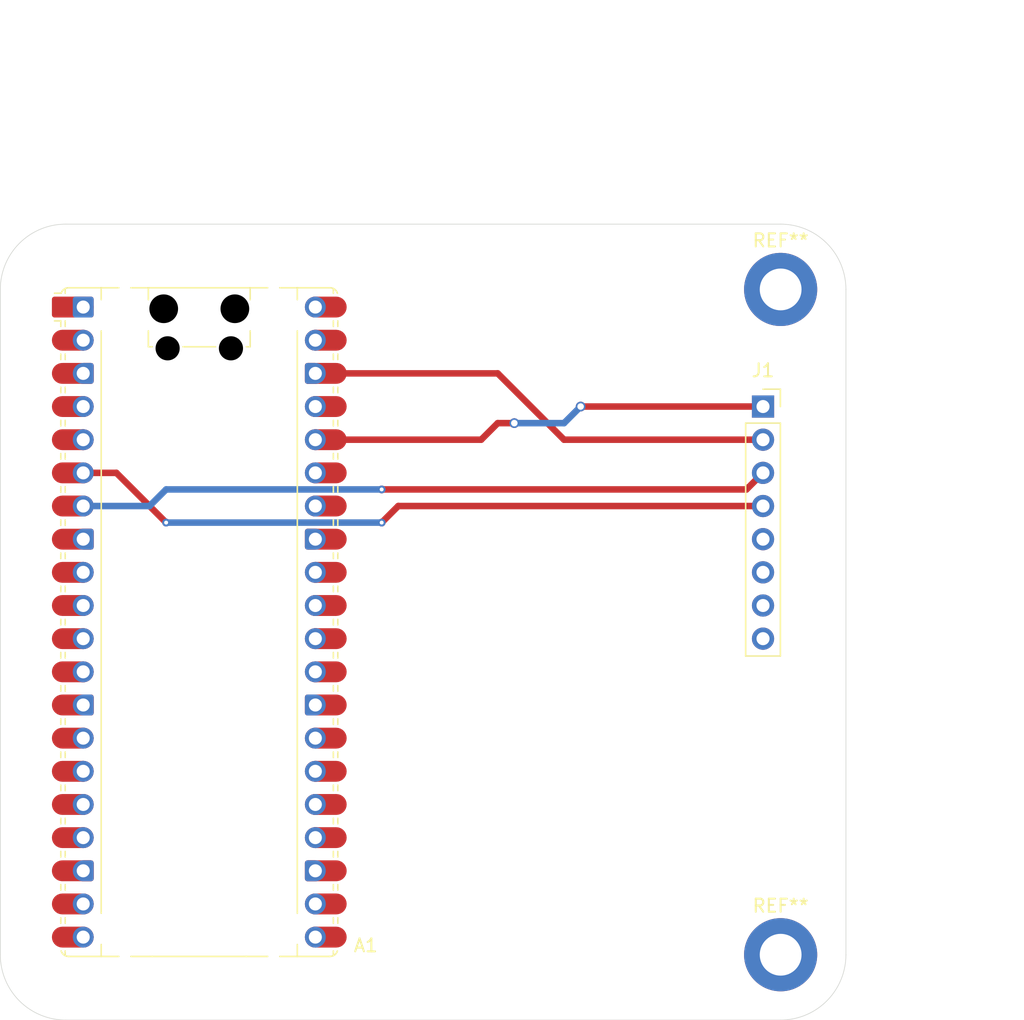
<source format=kicad_pcb>
(kicad_pcb (version 20241229) (generator "pcbnew") (generator_version "9.0")
  (layers (0 "F.Cu" signal) (2 "B.Cu" signal) (13 "F.Paste" user) (15 "B.Paste" user) (5 "F.SilkS" user "F.Silkscreen") (7 "B.SilkS" user "B.Silkscreen") (1 "F.Mask" user) (3 "B.Mask" user) (25 "Edge.Cuts" user))
  (net 0 "")
  (net 30 "SCL")
  (net 31 "GND")
  (net 32 "SDA")
  (net 33 "+3V3")
  (footprint "MountingHole:MountingHole_3.2mm_M3_DIN965_Pad_TopBottom" (layer "F.Cu") (at 127.08 94.06)
    (property "Reference" "REF**" (at 0 -3.75 0) (layer "F.SilkS"))
    (property "Value" "MountingHole_3.2mm_M3_DIN965_Pad_TopBottom")
    (pad "1" thru_hole circle (at 0 0) (size 3.6 3.6) (drill 3.2) (layers "*.Cu" "*.Mask"))
    (pad "1" connect circle (at 0 0) (size 5.6 5.6) (layers "F.Cu" "F.Mask"))
    (pad "1" connect circle (at 0 0) (size 5.6 5.6) (layers "B.Cu" "B.Mask"))
  )
  (footprint "MountingHole:MountingHole_3.2mm_M3_DIN965_Pad_TopBottom" (layer "F.Cu") (at 127.08 43.1)
    (property "Reference" "REF**" (at 0 -3.75 0) (layer "F.SilkS"))
    (property "Value" "MountingHole_3.2mm_M3_DIN965_Pad_TopBottom")
    (pad "1" thru_hole circle (at 0 0) (size 3.6 3.6) (drill 3.2) (layers "*.Cu" "*.Mask"))
    (pad "1" connect circle (at 0 0) (size 5.6 5.6) (layers "F.Cu" "F.Mask"))
    (pad "1" connect circle (at 0 0) (size 5.6 5.6) (layers "B.Cu" "B.Mask"))
  )
  (footprint "Connector_PinSocket_2.54mm:PinSocket_1x08_P2.54mm_Vertical" (layer "F.Cu") (at 125.73 52.07)
    (property "Reference" "J1" (at 0 -2.77 0) (layer "F.SilkS"))
    (property "Value" "Conn_01x08")
    (fp_line (start -1.33 1.27) (end -1.33 19.11) (stroke (width 0.12)) (layer "F.SilkS"))
    (fp_line (start -1.33 1.27) (end 1.33 1.27) (stroke (width 0.12)) (layer "F.SilkS"))
    (fp_line (start -1.33 19.11) (end 1.33 19.11) (stroke (width 0.12)) (layer "F.SilkS"))
    (fp_line (start 0 -1.33) (end 1.33 -1.33) (stroke (width 0.12)) (layer "F.SilkS"))
    (fp_line (start 1.33 -1.33) (end 1.33 0) (stroke (width 0.12)) (layer "F.SilkS"))
    (fp_line (start 1.33 1.27) (end 1.33 19.11) (stroke (width 0.12)) (layer "F.SilkS"))
    (pad "1" thru_hole rect (at 0 0) (size 1.7 1.7) (drill 1) (layers "*.Cu" "*.Mask") (net 33 "+3V3"))
    (pad "2" thru_hole circle (at 0 2.54) (size 1.7 1.7) (drill 1) (layers "*.Cu" "*.Mask") (net 31 "GND"))
    (pad "3" thru_hole circle (at 0 5.08) (size 1.7 1.7) (drill 1) (layers "*.Cu" "*.Mask") (net 30 "SCL"))
    (pad "4" thru_hole circle (at 0 7.62) (size 1.7 1.7) (drill 1) (layers "*.Cu" "*.Mask") (net 32 "SDA"))
    (pad "5" thru_hole circle (at 0 10.16) (size 1.7 1.7) (drill 1) (layers "*.Cu" "*.Mask"))
    (pad "6" thru_hole circle (at 0 12.7) (size 1.7 1.7) (drill 1) (layers "*.Cu" "*.Mask"))
    (pad "7" thru_hole circle (at 0 15.24) (size 1.7 1.7) (drill 1) (layers "*.Cu" "*.Mask"))
    (pad "8" thru_hole circle (at 0 17.78) (size 1.7 1.7) (drill 1) (layers "*.Cu" "*.Mask"))
  )
  (footprint "Module:RaspberryPi_Pico_Common_Unspecified" (layer "F.Cu") (at 82.55 68.58)
    (property "Reference" "A1" (at 11.7475 24.765 0) (layer "F.SilkS") (effects (justify left)))
    (property "Value" "RaspberryPi_Pico")
    (fp_line (start -10.61 -23.07) (end -11.09 -23.07) (stroke (width 0.12)) (layer "F.SilkS"))
    (fp_line (start -10.61 -23.07) (end -10.61 -22.65) (stroke (width 0.12)) (layer "F.SilkS"))
    (fp_line (start -10.61 -20.53) (end -10.61 -20.11) (stroke (width 0.12)) (layer "F.SilkS"))
    (fp_line (start -10.61 -17.99) (end -10.61 -17.57) (stroke (width 0.12)) (layer "F.SilkS"))
    (fp_line (start -10.61 -15.45) (end -10.61 -15.03) (stroke (width 0.12)) (layer "F.SilkS"))
    (fp_line (start -10.61 -12.91) (end -10.61 -12.49) (stroke (width 0.12)) (layer "F.SilkS"))
    (fp_line (start -10.61 -10.37) (end -10.61 -9.95) (stroke (width 0.12)) (layer "F.SilkS"))
    (fp_line (start -10.61 -7.83) (end -10.61 -7.41) (stroke (width 0.12)) (layer "F.SilkS"))
    (fp_line (start -10.61 -5.29) (end -10.61 -4.87) (stroke (width 0.12)) (layer "F.SilkS"))
    (fp_line (start -10.61 -2.75) (end -10.61 -2.33) (stroke (width 0.12)) (layer "F.SilkS"))
    (fp_line (start -10.61 -0.21) (end -10.61 0.21) (stroke (width 0.12)) (layer "F.SilkS"))
    (fp_line (start -10.61 2.33) (end -10.61 2.75) (stroke (width 0.12)) (layer "F.SilkS"))
    (fp_line (start -10.61 4.87) (end -10.61 5.29) (stroke (width 0.12)) (layer "F.SilkS"))
    (fp_line (start -10.61 7.41) (end -10.61 7.83) (stroke (width 0.12)) (layer "F.SilkS"))
    (fp_line (start -10.61 9.95) (end -10.61 10.37) (stroke (width 0.12)) (layer "F.SilkS"))
    (fp_line (start -10.61 12.49) (end -10.61 12.91) (stroke (width 0.12)) (layer "F.SilkS"))
    (fp_line (start -10.61 15.03) (end -10.61 15.45) (stroke (width 0.12)) (layer "F.SilkS"))
    (fp_line (start -10.61 17.57) (end -10.61 17.99) (stroke (width 0.12)) (layer "F.SilkS"))
    (fp_line (start -10.61 20.11) (end -10.61 20.53) (stroke (width 0.12)) (layer "F.SilkS"))
    (fp_line (start -10.61 22.65) (end -10.61 23.07) (stroke (width 0.12)) (layer "F.SilkS"))
    (fp_line (start -10.579676 -25.19) (end -11.09 -25.19) (stroke (width 0.12)) (layer "F.SilkS"))
    (fp_line (start -10.27 -25.189937) (end -10.27 -25.547) (stroke (width 0.12)) (layer "F.SilkS"))
    (fp_line (start -10.27 -23.07) (end -10.27 -22.65) (stroke (width 0.12)) (layer "F.SilkS"))
    (fp_line (start -10.27 -20.53) (end -10.27 -20.11) (stroke (width 0.12)) (layer "F.SilkS"))
    (fp_line (start -10.27 -17.99) (end -10.27 -17.57) (stroke (width 0.12)) (layer "F.SilkS"))
    (fp_line (start -10.27 -15.45) (end -10.27 -15.03) (stroke (width 0.12)) (layer "F.SilkS"))
    (fp_line (start -10.27 -12.91) (end -10.27 -12.49) (stroke (width 0.12)) (layer "F.SilkS"))
    (fp_line (start -10.27 -10.37) (end -10.27 -9.95) (stroke (width 0.12)) (layer "F.SilkS"))
    (fp_line (start -10.27 -7.83) (end -10.27 -7.41) (stroke (width 0.12)) (layer "F.SilkS"))
    (fp_line (start -10.27 -5.29) (end -10.27 -4.87) (stroke (width 0.12)) (layer "F.SilkS"))
    (fp_line (start -10.27 -2.75) (end -10.27 -2.33) (stroke (width 0.12)) (layer "F.SilkS"))
    (fp_line (start -10.27 -0.21) (end -10.27 0.21) (stroke (width 0.12)) (layer "F.SilkS"))
    (fp_line (start -10.27 2.33) (end -10.27 2.75) (stroke (width 0.12)) (layer "F.SilkS"))
    (fp_line (start -10.27 4.87) (end -10.27 5.29) (stroke (width 0.12)) (layer "F.SilkS"))
    (fp_line (start -10.27 7.41) (end -10.27 7.83) (stroke (width 0.12)) (layer "F.SilkS"))
    (fp_line (start -10.27 9.95) (end -10.27 10.37) (stroke (width 0.12)) (layer "F.SilkS"))
    (fp_line (start -10.27 12.49) (end -10.27 12.91) (stroke (width 0.12)) (layer "F.SilkS"))
    (fp_line (start -10.27 15.03) (end -10.27 15.45) (stroke (width 0.12)) (layer "F.SilkS"))
    (fp_line (start -10.27 17.57) (end -10.27 17.99) (stroke (width 0.12)) (layer "F.SilkS"))
    (fp_line (start -10.27 20.11) (end -10.27 20.53) (stroke (width 0.12)) (layer "F.SilkS"))
    (fp_line (start -10.27 22.65) (end -10.27 23.07) (stroke (width 0.12)) (layer "F.SilkS"))
    (fp_line (start -10.27 25.189937) (end -10.27 25.547) (stroke (width 0.12)) (layer "F.SilkS"))
    (fp_line (start -10 -25.61) (end -7.51 -25.61) (stroke (width 0.12)) (layer "F.SilkS"))
    (fp_line (start -10 25.61) (end -6.162061 25.61) (stroke (width 0.12)) (layer "F.SilkS"))
    (fp_line (start -7.51 -25.61) (end -7.51 -24.69648) (stroke (width 0.12)) (layer "F.SilkS"))
    (fp_line (start -7.51 -25.61) (end -6.16206 -25.61) (stroke (width 0.12)) (layer "F.SilkS"))
    (fp_line (start -7.51 -22.30352) (end -7.51 22.30352) (stroke (width 0.12)) (layer "F.SilkS"))
    (fp_line (start -7.51 24.69648) (end -7.51 25.61) (stroke (width 0.12)) (layer "F.SilkS"))
    (fp_line (start -5.237939 -25.61) (end -4.235 -25.61) (stroke (width 0.12)) (layer "F.SilkS"))
    (fp_line (start -4.235 -25.61) (end 4.235 -25.61) (stroke (width 0.12)) (layer "F.SilkS"))
    (fp_line (start -3.9 -25.61) (end -3.9 -24.694) (stroke (width 0.12)) (layer "F.SilkS"))
    (fp_line (start -3.9 -22.306) (end -3.9 -21.09) (stroke (width 0.12)) (layer "F.SilkS"))
    (fp_line (start -3.9 -21.09) (end -3.60391 -21.09) (stroke (width 0.12)) (layer "F.SilkS"))
    (fp_line (start -3.6 25.61) (end -5.237939 25.61) (stroke (width 0.12)) (layer "F.SilkS"))
    (fp_line (start -1.24609 -21.09) (end 1.24609 -21.09) (stroke (width 0.12)) (layer "F.SilkS"))
    (fp_line (start 3.6 25.61) (end -3.6 25.61) (stroke (width 0.12)) (layer "F.SilkS"))
    (fp_line (start 3.60391 -21.09) (end 3.9 -21.09) (stroke (width 0.12)) (layer "F.SilkS"))
    (fp_line (start 3.9 -25.61) (end 3.9 -24.694) (stroke (width 0.12)) (layer "F.SilkS"))
    (fp_line (start 3.9 -22.306) (end 3.9 -21.09) (stroke (width 0.12)) (layer "F.SilkS"))
    (fp_line (start 4.235 -25.61) (end 5.237939 -25.61) (stroke (width 0.12)) (layer "F.SilkS"))
    (fp_line (start 5.237939 25.61) (end 3.6 25.61) (stroke (width 0.12)) (layer "F.SilkS"))
    (fp_line (start 6.162061 -25.61) (end 7.51 -25.61) (stroke (width 0.12)) (layer "F.SilkS"))
    (fp_line (start 6.162061 25.61) (end 10 25.61) (stroke (width 0.12)) (layer "F.SilkS"))
    (fp_line (start 7.51 -25.61) (end 7.51 -24.69648) (stroke (width 0.12)) (layer "F.SilkS"))
    (fp_line (start 7.51 -22.30352) (end 7.51 22.30352) (stroke (width 0.12)) (layer "F.SilkS"))
    (fp_line (start 7.51 24.69648) (end 7.51 25.61) (stroke (width 0.12)) (layer "F.SilkS"))
    (fp_line (start 10 -25.61) (end 7.51 -25.61) (stroke (width 0.12)) (layer "F.SilkS"))
    (fp_line (start 10.27 -25.189937) (end 10.27 -25.547) (stroke (width 0.12)) (layer "F.SilkS"))
    (fp_line (start 10.27 -23.07) (end 10.27 -22.65) (stroke (width 0.12)) (layer "F.SilkS"))
    (fp_line (start 10.27 -20.53) (end 10.27 -20.11) (stroke (width 0.12)) (layer "F.SilkS"))
    (fp_line (start 10.27 -17.99) (end 10.27 -17.57) (stroke (width 0.12)) (layer "F.SilkS"))
    (fp_line (start 10.27 -15.45) (end 10.27 -15.03) (stroke (width 0.12)) (layer "F.SilkS"))
    (fp_line (start 10.27 -12.91) (end 10.27 -12.49) (stroke (width 0.12)) (layer "F.SilkS"))
    (fp_line (start 10.27 -10.37) (end 10.27 -9.95) (stroke (width 0.12)) (layer "F.SilkS"))
    (fp_line (start 10.27 -7.83) (end 10.27 -7.41) (stroke (width 0.12)) (layer "F.SilkS"))
    (fp_line (start 10.27 -5.29) (end 10.27 -4.87) (stroke (width 0.12)) (layer "F.SilkS"))
    (fp_line (start 10.27 -2.75) (end 10.27 -2.33) (stroke (width 0.12)) (layer "F.SilkS"))
    (fp_line (start 10.27 -0.21) (end 10.27 0.21) (stroke (width 0.12)) (layer "F.SilkS"))
    (fp_line (start 10.27 2.33) (end 10.27 2.75) (stroke (width 0.12)) (layer "F.SilkS"))
    (fp_line (start 10.27 4.87) (end 10.27 5.29) (stroke (width 0.12)) (layer "F.SilkS"))
    (fp_line (start 10.27 7.41) (end 10.27 7.83) (stroke (width 0.12)) (layer "F.SilkS"))
    (fp_line (start 10.27 9.95) (end 10.27 10.37) (stroke (width 0.12)) (layer "F.SilkS"))
    (fp_line (start 10.27 12.49) (end 10.27 12.91) (stroke (width 0.12)) (layer "F.SilkS"))
    (fp_line (start 10.27 15.03) (end 10.27 15.45) (stroke (width 0.12)) (layer "F.SilkS"))
    (fp_line (start 10.27 17.57) (end 10.27 17.99) (stroke (width 0.12)) (layer "F.SilkS"))
    (fp_line (start 10.27 20.11) (end 10.27 20.53) (stroke (width 0.12)) (layer "F.SilkS"))
    (fp_line (start 10.27 22.65) (end 10.27 23.07) (stroke (width 0.12)) (layer "F.SilkS"))
    (fp_line (start 10.27 25.189937) (end 10.27 25.547) (stroke (width 0.12)) (layer "F.SilkS"))
    (fp_line (start 10.61 -23.07) (end 10.61 -22.65) (stroke (width 0.12)) (layer "F.SilkS"))
    (fp_line (start 10.61 -20.53) (end 10.61 -20.11) (stroke (width 0.12)) (layer "F.SilkS"))
    (fp_line (start 10.61 -17.99) (end 10.61 -17.57) (stroke (width 0.12)) (layer "F.SilkS"))
    (fp_line (start 10.61 -15.45) (end 10.61 -15.03) (stroke (width 0.12)) (layer "F.SilkS"))
    (fp_line (start 10.61 -12.91) (end 10.61 -12.49) (stroke (width 0.12)) (layer "F.SilkS"))
    (fp_line (start 10.61 -10.37) (end 10.61 -9.95) (stroke (width 0.12)) (layer "F.SilkS"))
    (fp_line (start 10.61 -7.83) (end 10.61 -7.41) (stroke (width 0.12)) (layer "F.SilkS"))
    (fp_line (start 10.61 -5.29) (end 10.61 -4.87) (stroke (width 0.12)) (layer "F.SilkS"))
    (fp_line (start 10.61 -2.75) (end 10.61 -2.33) (stroke (width 0.12)) (layer "F.SilkS"))
    (fp_line (start 10.61 -0.21) (end 10.61 0.21) (stroke (width 0.12)) (layer "F.SilkS"))
    (fp_line (start 10.61 2.33) (end 10.61 2.75) (stroke (width 0.12)) (layer "F.SilkS"))
    (fp_line (start 10.61 4.87) (end 10.61 5.29) (stroke (width 0.12)) (layer "F.SilkS"))
    (fp_line (start 10.61 7.41) (end 10.61 7.83) (stroke (width 0.12)) (layer "F.SilkS"))
    (fp_line (start 10.61 9.95) (end 10.61 10.37) (stroke (width 0.12)) (layer "F.SilkS"))
    (fp_line (start 10.61 12.49) (end 10.61 12.91) (stroke (width 0.12)) (layer "F.SilkS"))
    (fp_line (start 10.61 15.03) (end 10.61 15.45) (stroke (width 0.12)) (layer "F.SilkS"))
    (fp_line (start 10.61 17.57) (end 10.61 17.99) (stroke (width 0.12)) (layer "F.SilkS"))
    (fp_line (start 10.61 20.11) (end 10.61 20.53) (stroke (width 0.12)) (layer "F.SilkS"))
    (fp_line (start 10.61 22.65) (end 10.61 23.07) (stroke (width 0.12)) (layer "F.SilkS"))
    (fp_arc (start -10.579676 -25.19) (mid -10.357938 -25.493944) (end -10 -25.61) (stroke (width 0.12)) (layer "F.SilkS"))
    (fp_arc (start -10 25.61) (mid -10.357937 25.493944) (end -10.579676 25.189937) (stroke (width 0.12)) (layer "F.SilkS"))
    (fp_arc (start 10 -25.61) (mid 10.357937 -25.493944) (end 10.579676 -25.189937) (stroke (width 0.12)) (layer "F.SilkS"))
    (fp_arc (start 10.579676 25.189937) (mid 10.357946 25.493957) (end 10 25.61) (stroke (width 0.12)) (layer "F.SilkS"))
    (pad "" np_thru_hole circle (at -2.725 -24) (size 2.2 2.2) (drill 2.2) (layers "*.Mask"))
    (pad "" np_thru_hole circle (at -2.425 -20.97) (size 1.85 1.85) (drill 1.85) (layers "*.Mask"))
    (pad "" np_thru_hole circle (at 2.425 -20.97) (size 1.85 1.85) (drill 1.85) (layers "*.Mask"))
    (pad "" np_thru_hole circle (at 2.725 -24) (size 2.2 2.2) (drill 2.2) (layers "*.Mask"))
    (pad "1" smd custom (at -9.69 -24.13) (size 1.6 0.8) (layers "F.Cu" "F.Mask") (options (clearance outline) (anchor rect)) (primitives (gr_circle (center 0.8 0) (end 1.6 0) (width 0) (fill yes)) (gr_poly (pts (xy -1.6 -0.6) (xy -1.6 0.6) (xy -1.4 0.8) (xy 0.8 0.8) (xy 0.8 -0.8) (xy -1.4 -0.8)) (width 0) (fill yes)) (gr_circle (center -1.4 -0.6) (end -1.2 -0.6) (width 0) (fill yes)) (gr_circle (center -1.4 0.6) (end -1.2 0.6) (width 0) (fill yes))))
    (pad "1" thru_hole roundrect (at -8.89 -24.13) (size 1.6 1.6) (drill 1) (layers "*.Cu" "*.Mask") (roundrect_rratio 0.125))
    (pad "2" smd roundrect (at -9.69 -21.59) (size 3.2 1.6) (layers "F.Cu" "F.Mask") (roundrect_rratio 0.5))
    (pad "2" thru_hole circle (at -8.89 -21.59) (size 1.6 1.6) (drill 1) (layers "*.Cu" "*.Mask"))
    (pad "3" smd custom (at -9.69 -19.05) (size 1.6 0.8) (layers "F.Cu" "F.Mask") (net 31 "GND") (options (clearance outline) (anchor rect)) (primitives (gr_circle (center -0.8 0) (end 0 0) (width 0) (fill yes)) (gr_poly (pts (xy 1.6 -0.6) (xy 1.6 0.6) (xy 1.4 0.8) (xy -0.8 0.8) (xy -0.8 -0.8) (xy 1.4 -0.8)) (width 0) (fill yes)) (gr_circle (center 1.4 -0.6) (end 1.6 -0.6) (width 0) (fill yes)) (gr_circle (center 1.4 0.6) (end 1.6 0.6) (width 0) (fill yes))))
    (pad "3" thru_hole custom (at -8.89 -19.05) (size 1.6 1.6) (drill 1) (layers "*.Cu" "*.Mask") (net 31 "GND") (options (clearance outline) (anchor circle)) (primitives (gr_poly (pts (xy 0.8 0.6) (xy 0.8 -0.6) (xy 0.6 -0.8) (xy 0 -0.8) (xy 0 0.8) (xy 0.6 0.8)) (width 0) (fill yes)) (gr_circle (center 0.6 0.6) (end 0.8 0.6) (width 0) (fill yes)) (gr_circle (center 0.6 -0.6) (end 0.8 -0.6) (width 0) (fill yes))))
    (pad "4" smd roundrect (at -9.69 -16.51) (size 3.2 1.6) (layers "F.Cu" "F.Mask") (roundrect_rratio 0.5))
    (pad "4" thru_hole circle (at -8.89 -16.51) (size 1.6 1.6) (drill 1) (layers "*.Cu" "*.Mask"))
    (pad "5" smd roundrect (at -9.69 -13.97) (size 3.2 1.6) (layers "F.Cu" "F.Mask") (roundrect_rratio 0.5))
    (pad "5" thru_hole circle (at -8.89 -13.97) (size 1.6 1.6) (drill 1) (layers "*.Cu" "*.Mask"))
    (pad "6" smd roundrect (at -9.69 -11.43) (size 3.2 1.6) (layers "F.Cu" "F.Mask") (roundrect_rratio 0.5) (net 32 "SDA"))
    (pad "6" thru_hole circle (at -8.89 -11.43) (size 1.6 1.6) (drill 1) (layers "*.Cu" "*.Mask") (net 32 "SDA"))
    (pad "7" smd roundrect (at -9.69 -8.89) (size 3.2 1.6) (layers "F.Cu" "F.Mask") (roundrect_rratio 0.5) (net 30 "SCL"))
    (pad "7" thru_hole circle (at -8.89 -8.89) (size 1.6 1.6) (drill 1) (layers "*.Cu" "*.Mask") (net 30 "SCL"))
    (pad "8" smd custom (at -9.69 -6.35) (size 1.6 0.8) (layers "F.Cu" "F.Mask") (net 31 "GND") (options (clearance outline) (anchor rect)) (primitives (gr_circle (center -0.8 0) (end 0 0) (width 0) (fill yes)) (gr_poly (pts (xy 1.6 -0.6) (xy 1.6 0.6) (xy 1.4 0.8) (xy -0.8 0.8) (xy -0.8 -0.8) (xy 1.4 -0.8)) (width 0) (fill yes)) (gr_circle (center 1.4 -0.6) (end 1.6 -0.6) (width 0) (fill yes)) (gr_circle (center 1.4 0.6) (end 1.6 0.6) (width 0) (fill yes))))
    (pad "8" thru_hole custom (at -8.89 -6.35) (size 1.6 1.6) (drill 1) (layers "*.Cu" "*.Mask") (net 31 "GND") (options (clearance outline) (anchor circle)) (primitives (gr_poly (pts (xy 0.8 0.6) (xy 0.8 -0.6) (xy 0.6 -0.8) (xy 0 -0.8) (xy 0 0.8) (xy 0.6 0.8)) (width 0) (fill yes)) (gr_circle (center 0.6 0.6) (end 0.8 0.6) (width 0) (fill yes)) (gr_circle (center 0.6 -0.6) (end 0.8 -0.6) (width 0) (fill yes))))
    (pad "9" smd roundrect (at -9.69 -3.81) (size 3.2 1.6) (layers "F.Cu" "F.Mask") (roundrect_rratio 0.5))
    (pad "9" thru_hole circle (at -8.89 -3.81) (size 1.6 1.6) (drill 1) (layers "*.Cu" "*.Mask"))
    (pad "10" smd roundrect (at -9.69 -1.27) (size 3.2 1.6) (layers "F.Cu" "F.Mask") (roundrect_rratio 0.5))
    (pad "10" thru_hole circle (at -8.89 -1.27) (size 1.6 1.6) (drill 1) (layers "*.Cu" "*.Mask"))
    (pad "11" smd roundrect (at -9.69 1.27) (size 3.2 1.6) (layers "F.Cu" "F.Mask") (roundrect_rratio 0.5))
    (pad "11" thru_hole circle (at -8.89 1.27) (size 1.6 1.6) (drill 1) (layers "*.Cu" "*.Mask"))
    (pad "12" smd roundrect (at -9.69 3.81) (size 3.2 1.6) (layers "F.Cu" "F.Mask") (roundrect_rratio 0.5))
    (pad "12" thru_hole circle (at -8.89 3.81) (size 1.6 1.6) (drill 1) (layers "*.Cu" "*.Mask"))
    (pad "13" smd custom (at -9.69 6.35) (size 1.6 0.8) (layers "F.Cu" "F.Mask") (net 31 "GND") (options (clearance outline) (anchor rect)) (primitives (gr_circle (center -0.8 0) (end 0 0) (width 0) (fill yes)) (gr_poly (pts (xy 1.6 -0.6) (xy 1.6 0.6) (xy 1.4 0.8) (xy -0.8 0.8) (xy -0.8 -0.8) (xy 1.4 -0.8)) (width 0) (fill yes)) (gr_circle (center 1.4 -0.6) (end 1.6 -0.6) (width 0) (fill yes)) (gr_circle (center 1.4 0.6) (end 1.6 0.6) (width 0) (fill yes))))
    (pad "13" thru_hole custom (at -8.89 6.35) (size 1.6 1.6) (drill 1) (layers "*.Cu" "*.Mask") (net 31 "GND") (options (clearance outline) (anchor circle)) (primitives (gr_poly (pts (xy 0.8 0.6) (xy 0.8 -0.6) (xy 0.6 -0.8) (xy 0 -0.8) (xy 0 0.8) (xy 0.6 0.8)) (width 0) (fill yes)) (gr_circle (center 0.6 0.6) (end 0.8 0.6) (width 0) (fill yes)) (gr_circle (center 0.6 -0.6) (end 0.8 -0.6) (width 0) (fill yes))))
    (pad "14" smd roundrect (at -9.69 8.89) (size 3.2 1.6) (layers "F.Cu" "F.Mask") (roundrect_rratio 0.5))
    (pad "14" thru_hole circle (at -8.89 8.89) (size 1.6 1.6) (drill 1) (layers "*.Cu" "*.Mask"))
    (pad "15" smd roundrect (at -9.69 11.43) (size 3.2 1.6) (layers "F.Cu" "F.Mask") (roundrect_rratio 0.5))
    (pad "15" thru_hole circle (at -8.89 11.43) (size 1.6 1.6) (drill 1) (layers "*.Cu" "*.Mask"))
    (pad "16" smd roundrect (at -9.69 13.97) (size 3.2 1.6) (layers "F.Cu" "F.Mask") (roundrect_rratio 0.5))
    (pad "16" thru_hole circle (at -8.89 13.97) (size 1.6 1.6) (drill 1) (layers "*.Cu" "*.Mask"))
    (pad "17" smd roundrect (at -9.69 16.51) (size 3.2 1.6) (layers "F.Cu" "F.Mask") (roundrect_rratio 0.5))
    (pad "17" thru_hole circle (at -8.89 16.51) (size 1.6 1.6) (drill 1) (layers "*.Cu" "*.Mask"))
    (pad "18" smd custom (at -9.69 19.05) (size 1.6 0.8) (layers "F.Cu" "F.Mask") (net 31 "GND") (options (clearance outline) (anchor rect)) (primitives (gr_circle (center -0.8 0) (end 0 0) (width 0) (fill yes)) (gr_poly (pts (xy 1.6 -0.6) (xy 1.6 0.6) (xy 1.4 0.8) (xy -0.8 0.8) (xy -0.8 -0.8) (xy 1.4 -0.8)) (width 0) (fill yes)) (gr_circle (center 1.4 -0.6) (end 1.6 -0.6) (width 0) (fill yes)) (gr_circle (center 1.4 0.6) (end 1.6 0.6) (width 0) (fill yes))))
    (pad "18" thru_hole custom (at -8.89 19.05) (size 1.6 1.6) (drill 1) (layers "*.Cu" "*.Mask") (net 31 "GND") (options (clearance outline) (anchor circle)) (primitives (gr_poly (pts (xy 0.8 0.6) (xy 0.8 -0.6) (xy 0.6 -0.8) (xy 0 -0.8) (xy 0 0.8) (xy 0.6 0.8)) (width 0) (fill yes)) (gr_circle (center 0.6 0.6) (end 0.8 0.6) (width 0) (fill yes)) (gr_circle (center 0.6 -0.6) (end 0.8 -0.6) (width 0) (fill yes))))
    (pad "19" smd roundrect (at -9.69 21.59) (size 3.2 1.6) (layers "F.Cu" "F.Mask") (roundrect_rratio 0.5))
    (pad "19" thru_hole circle (at -8.89 21.59) (size 1.6 1.6) (drill 1) (layers "*.Cu" "*.Mask"))
    (pad "20" smd roundrect (at -9.69 24.13) (size 3.2 1.6) (layers "F.Cu" "F.Mask") (roundrect_rratio 0.5))
    (pad "20" thru_hole circle (at -8.89 24.13) (size 1.6 1.6) (drill 1) (layers "*.Cu" "*.Mask"))
    (pad "21" thru_hole circle (at 8.89 24.13) (size 1.6 1.6) (drill 1) (layers "*.Cu" "*.Mask"))
    (pad "21" smd roundrect (at 9.69 24.13) (size 3.2 1.6) (layers "F.Cu" "F.Mask") (roundrect_rratio 0.5))
    (pad "22" thru_hole circle (at 8.89 21.59) (size 1.6 1.6) (drill 1) (layers "*.Cu" "*.Mask"))
    (pad "22" smd roundrect (at 9.69 21.59) (size 3.2 1.6) (layers "F.Cu" "F.Mask") (roundrect_rratio 0.5))
    (pad "23" thru_hole custom (at 8.89 19.05) (size 1.6 1.6) (drill 1) (layers "*.Cu" "*.Mask") (net 31 "GND") (options (clearance outline) (anchor circle)) (primitives (gr_poly (pts (xy -0.8 0.6) (xy -0.8 -0.6) (xy -0.6 -0.8) (xy 0 -0.8) (xy 0 0.8) (xy -0.6 0.8)) (width 0) (fill yes)) (gr_circle (center -0.6 0.6) (end -0.4 0.6) (width 0) (fill yes)) (gr_circle (center -0.6 -0.6) (end -0.4 -0.6) (width 0) (fill yes))))
    (pad "23" smd custom (at 9.69 19.05) (size 1.6 0.8) (layers "F.Cu" "F.Mask") (net 31 "GND") (options (clearance outline) (anchor rect)) (primitives (gr_circle (center 0.8 0) (end 1.6 0) (width 0) (fill yes)) (gr_poly (pts (xy -1.6 -0.6) (xy -1.6 0.6) (xy -1.4 0.8) (xy 0.8 0.8) (xy 0.8 -0.8) (xy -1.4 -0.8)) (width 0) (fill yes)) (gr_circle (center -1.4 -0.6) (end -1.2 -0.6) (width 0) (fill yes)) (gr_circle (center -1.4 0.6) (end -1.2 0.6) (width 0) (fill yes))))
    (pad "24" thru_hole circle (at 8.89 16.51) (size 1.6 1.6) (drill 1) (layers "*.Cu" "*.Mask"))
    (pad "24" smd roundrect (at 9.69 16.51) (size 3.2 1.6) (layers "F.Cu" "F.Mask") (roundrect_rratio 0.5))
    (pad "25" thru_hole circle (at 8.89 13.97) (size 1.6 1.6) (drill 1) (layers "*.Cu" "*.Mask"))
    (pad "25" smd roundrect (at 9.69 13.97) (size 3.2 1.6) (layers "F.Cu" "F.Mask") (roundrect_rratio 0.5))
    (pad "26" thru_hole circle (at 8.89 11.43) (size 1.6 1.6) (drill 1) (layers "*.Cu" "*.Mask"))
    (pad "26" smd roundrect (at 9.69 11.43) (size 3.2 1.6) (layers "F.Cu" "F.Mask") (roundrect_rratio 0.5))
    (pad "27" thru_hole circle (at 8.89 8.89) (size 1.6 1.6) (drill 1) (layers "*.Cu" "*.Mask"))
    (pad "27" smd roundrect (at 9.69 8.89) (size 3.2 1.6) (layers "F.Cu" "F.Mask") (roundrect_rratio 0.5))
    (pad "28" thru_hole custom (at 8.89 6.35) (size 1.6 1.6) (drill 1) (layers "*.Cu" "*.Mask") (net 31 "GND") (options (clearance outline) (anchor circle)) (primitives (gr_poly (pts (xy -0.8 0.6) (xy -0.8 -0.6) (xy -0.6 -0.8) (xy 0 -0.8) (xy 0 0.8) (xy -0.6 0.8)) (width 0) (fill yes)) (gr_circle (center -0.6 0.6) (end -0.4 0.6) (width 0) (fill yes)) (gr_circle (center -0.6 -0.6) (end -0.4 -0.6) (width 0) (fill yes))))
    (pad "28" smd custom (at 9.69 6.35) (size 1.6 0.8) (layers "F.Cu" "F.Mask") (net 31 "GND") (options (clearance outline) (anchor rect)) (primitives (gr_circle (center 0.8 0) (end 1.6 0) (width 0) (fill yes)) (gr_poly (pts (xy -1.6 -0.6) (xy -1.6 0.6) (xy -1.4 0.8) (xy 0.8 0.8) (xy 0.8 -0.8) (xy -1.4 -0.8)) (width 0) (fill yes)) (gr_circle (center -1.4 -0.6) (end -1.2 -0.6) (width 0) (fill yes)) (gr_circle (center -1.4 0.6) (end -1.2 0.6) (width 0) (fill yes))))
    (pad "29" thru_hole circle (at 8.89 3.81) (size 1.6 1.6) (drill 1) (layers "*.Cu" "*.Mask"))
    (pad "29" smd roundrect (at 9.69 3.81) (size 3.2 1.6) (layers "F.Cu" "F.Mask") (roundrect_rratio 0.5))
    (pad "30" thru_hole circle (at 8.89 1.27) (size 1.6 1.6) (drill 1) (layers "*.Cu" "*.Mask"))
    (pad "30" smd roundrect (at 9.69 1.27) (size 3.2 1.6) (layers "F.Cu" "F.Mask") (roundrect_rratio 0.5))
    (pad "31" thru_hole circle (at 8.89 -1.27) (size 1.6 1.6) (drill 1) (layers "*.Cu" "*.Mask"))
    (pad "31" smd roundrect (at 9.69 -1.27) (size 3.2 1.6) (layers "F.Cu" "F.Mask") (roundrect_rratio 0.5))
    (pad "32" thru_hole circle (at 8.89 -3.81) (size 1.6 1.6) (drill 1) (layers "*.Cu" "*.Mask"))
    (pad "32" smd roundrect (at 9.69 -3.81) (size 3.2 1.6) (layers "F.Cu" "F.Mask") (roundrect_rratio 0.5))
    (pad "33" thru_hole custom (at 8.89 -6.35) (size 1.6 1.6) (drill 1) (layers "*.Cu" "*.Mask") (net 31 "GND") (options (clearance outline) (anchor circle)) (primitives (gr_poly (pts (xy -0.8 0.6) (xy -0.8 -0.6) (xy -0.6 -0.8) (xy 0 -0.8) (xy 0 0.8) (xy -0.6 0.8)) (width 0) (fill yes)) (gr_circle (center -0.6 0.6) (end -0.4 0.6) (width 0) (fill yes)) (gr_circle (center -0.6 -0.6) (end -0.4 -0.6) (width 0) (fill yes))))
    (pad "33" smd custom (at 9.69 -6.35) (size 1.6 0.8) (layers "F.Cu" "F.Mask") (net 31 "GND") (options (clearance outline) (anchor rect)) (primitives (gr_circle (center 0.8 0) (end 1.6 0) (width 0) (fill yes)) (gr_poly (pts (xy -1.6 -0.6) (xy -1.6 0.6) (xy -1.4 0.8) (xy 0.8 0.8) (xy 0.8 -0.8) (xy -1.4 -0.8)) (width 0) (fill yes)) (gr_circle (center -1.4 -0.6) (end -1.2 -0.6) (width 0) (fill yes)) (gr_circle (center -1.4 0.6) (end -1.2 0.6) (width 0) (fill yes))))
    (pad "34" thru_hole circle (at 8.89 -8.89) (size 1.6 1.6) (drill 1) (layers "*.Cu" "*.Mask"))
    (pad "34" smd roundrect (at 9.69 -8.89) (size 3.2 1.6) (layers "F.Cu" "F.Mask") (roundrect_rratio 0.5))
    (pad "35" thru_hole circle (at 8.89 -11.43) (size 1.6 1.6) (drill 1) (layers "*.Cu" "*.Mask"))
    (pad "35" smd roundrect (at 9.69 -11.43) (size 3.2 1.6) (layers "F.Cu" "F.Mask") (roundrect_rratio 0.5))
    (pad "36" thru_hole circle (at 8.89 -13.97) (size 1.6 1.6) (drill 1) (layers "*.Cu" "*.Mask") (net 33 "+3V3"))
    (pad "36" smd roundrect (at 9.69 -13.97) (size 3.2 1.6) (layers "F.Cu" "F.Mask") (roundrect_rratio 0.5) (net 33 "+3V3"))
    (pad "37" thru_hole circle (at 8.89 -16.51) (size 1.6 1.6) (drill 1) (layers "*.Cu" "*.Mask"))
    (pad "37" smd roundrect (at 9.69 -16.51) (size 3.2 1.6) (layers "F.Cu" "F.Mask") (roundrect_rratio 0.5))
    (pad "38" thru_hole custom (at 8.89 -19.05) (size 1.6 1.6) (drill 1) (layers "*.Cu" "*.Mask") (net 31 "GND") (options (clearance outline) (anchor circle)) (primitives (gr_poly (pts (xy -0.8 0.6) (xy -0.8 -0.6) (xy -0.6 -0.8) (xy 0 -0.8) (xy 0 0.8) (xy -0.6 0.8)) (width 0) (fill yes)) (gr_circle (center -0.6 0.6) (end -0.4 0.6) (width 0) (fill yes)) (gr_circle (center -0.6 -0.6) (end -0.4 -0.6) (width 0) (fill yes))))
    (pad "38" smd custom (at 9.69 -19.05) (size 1.6 0.8) (layers "F.Cu" "F.Mask") (net 31 "GND") (options (clearance outline) (anchor rect)) (primitives (gr_circle (center 0.8 0) (end 1.6 0) (width 0) (fill yes)) (gr_poly (pts (xy -1.6 -0.6) (xy -1.6 0.6) (xy -1.4 0.8) (xy 0.8 0.8) (xy 0.8 -0.8) (xy -1.4 -0.8)) (width 0) (fill yes)) (gr_circle (center -1.4 -0.6) (end -1.2 -0.6) (width 0) (fill yes)) (gr_circle (center -1.4 0.6) (end -1.2 0.6) (width 0) (fill yes))))
    (pad "39" thru_hole circle (at 8.89 -21.59) (size 1.6 1.6) (drill 1) (layers "*.Cu" "*.Mask"))
    (pad "39" smd roundrect (at 9.69 -21.59) (size 3.2 1.6) (layers "F.Cu" "F.Mask") (roundrect_rratio 0.5))
    (pad "40" thru_hole circle (at 8.89 -24.13) (size 1.6 1.6) (drill 1) (layers "*.Cu" "*.Mask"))
    (pad "40" smd roundrect (at 9.69 -24.13) (size 3.2 1.6) (layers "F.Cu" "F.Mask") (roundrect_rratio 0.5))
  )
  (gr_line (start 127.08 99.06) (end 72.31 99.06) (stroke (width 0.05)) (layer "Edge.Cuts"))
  (gr_line (start 132.08 43.1) (end 132.08 94.06) (stroke (width 0.05)) (layer "Edge.Cuts"))
  (gr_arc (start 132.08 94.06) (mid 130.615534 97.595534) (end 127.08 99.06) (stroke (width 0.05)) (layer "Edge.Cuts"))
  (gr_line (start 72.31 38.1) (end 127.08 38.1) (stroke (width 0.05)) (layer "Edge.Cuts"))
  (gr_arc (start 67.31 43.1) (mid 68.774466 39.564466) (end 72.31 38.1) (stroke (width 0.05)) (layer "Edge.Cuts"))
  (gr_arc (start 127.08 38.1) (mid 130.615534 39.564466) (end 132.08 43.1) (stroke (width 0.05)) (layer "Edge.Cuts"))
  (gr_arc (start 72.31 99.06) (mid 68.774466 97.595534) (end 67.31 94.06) (stroke (width 0.05)) (layer "Edge.Cuts"))
  (gr_line (start 67.31 94.06) (end 67.31 43.1) (stroke (width 0.05)) (layer "Edge.Cuts"))
  (segment (start 124.46 58.42) (end 96.52 58.42) (width 0.5) (layer "F.Cu") (net 30))
  (segment (start 125.73 57.15) (end 124.46 58.42) (width 0.5) (layer "F.Cu") (net 30))
  (via (at 96.52 58.42) (size 0.6) (drill 0.3) (layers "F.Cu" "B.Cu") (net 30))
  (segment (start 80.01 58.42) (end 78.74 59.69) (width 0.5) (layer "B.Cu") (net 30))
  (segment (start 96.52 58.42) (end 80.01 58.42) (width 0.5) (layer "B.Cu") (net 30))
  (segment (start 78.74 59.69) (end 73.66 59.69) (width 0.5) (layer "B.Cu") (net 30))
  (segment (start 110.49 54.61) (end 125.73 54.61) (width 0.5) (layer "F.Cu") (net 31))
  (segment (start 91.44 49.53) (end 105.41 49.53) (width 0.5) (layer "F.Cu") (net 31))
  (segment (start 105.41 49.53) (end 110.49 54.61) (width 0.5) (layer "F.Cu") (net 31))
  (segment (start 125.73 59.69) (end 97.79 59.69) (width 0.5) (layer "F.Cu") (net 32))
  (segment (start 80.01 60.96) (end 76.2 57.15) (width 0.5) (layer "F.Cu") (net 32))
  (segment (start 76.2 57.15) (end 73.66 57.15) (width 0.5) (layer "F.Cu") (net 32))
  (segment (start 97.79 59.69) (end 96.52 60.96) (width 0.5) (layer "F.Cu") (net 32))
  (via (at 96.52 60.96) (size 0.6) (drill 0.3) (layers "F.Cu" "B.Cu") (net 32))
  (via (at 80.01 60.96) (size 0.6) (drill 0.3) (layers "F.Cu" "B.Cu") (net 32))
  (segment (start 96.52 60.96) (end 80.01 60.96) (width 0.5) (layer "B.Cu") (net 32))
  (segment (start 125.73 52.07) (end 111.76 52.07) (width 0.5) (layer "F.Cu") (net 33))
  (segment (start 106.68 53.34) (end 105.41 53.34) (width 0.5) (layer "F.Cu") (net 33))
  (segment (start 104.14 54.61) (end 92.24 54.61) (width 0.5) (layer "F.Cu") (net 33))
  (segment (start 105.41 53.34) (end 104.14 54.61) (width 0.5) (layer "F.Cu") (net 33))
  (via (at 106.68 53.34) (size 0.75) (drill 0.5) (layers "F.Cu" "B.Cu") (net 33))
  (via (at 111.76 52.07) (size 0.75) (drill 0.5) (layers "F.Cu" "B.Cu") (net 33))
  (segment (start 111.76 52.07) (end 110.49 53.34) (width 0.5) (layer "B.Cu") (net 33))
  (segment (start 110.49 53.34) (end 106.68 53.34) (width 0.5) (layer "B.Cu") (net 33))
)
</source>
